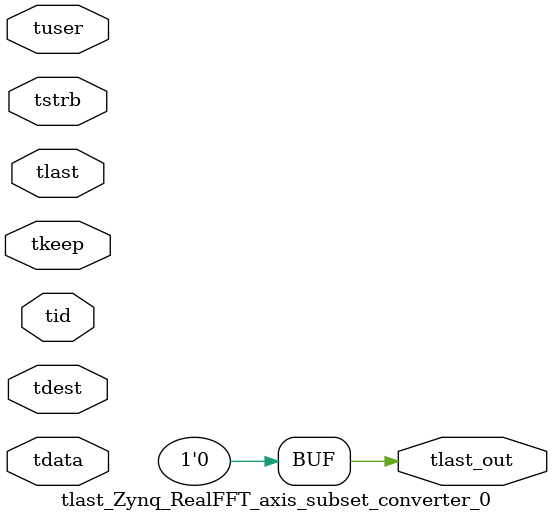
<source format=v>


`timescale 1ps/1ps

module tlast_Zynq_RealFFT_axis_subset_converter_0 #
(
parameter C_S_AXIS_TID_WIDTH   = 1,
parameter C_S_AXIS_TUSER_WIDTH = 0,
parameter C_S_AXIS_TDATA_WIDTH = 0,
parameter C_S_AXIS_TDEST_WIDTH = 0
)
(
input  [(C_S_AXIS_TID_WIDTH   == 0 ? 1 : C_S_AXIS_TID_WIDTH)-1:0       ] tid,
input  [(C_S_AXIS_TDATA_WIDTH == 0 ? 1 : C_S_AXIS_TDATA_WIDTH)-1:0     ] tdata,
input  [(C_S_AXIS_TUSER_WIDTH == 0 ? 1 : C_S_AXIS_TUSER_WIDTH)-1:0     ] tuser,
input  [(C_S_AXIS_TDEST_WIDTH == 0 ? 1 : C_S_AXIS_TDEST_WIDTH)-1:0     ] tdest,
input  [(C_S_AXIS_TDATA_WIDTH/8)-1:0 ] tkeep,
input  [(C_S_AXIS_TDATA_WIDTH/8)-1:0 ] tstrb,
input  [0:0]                                                             tlast,
output                                                                   tlast_out
);

assign tlast_out = {1'b0};

endmodule


</source>
